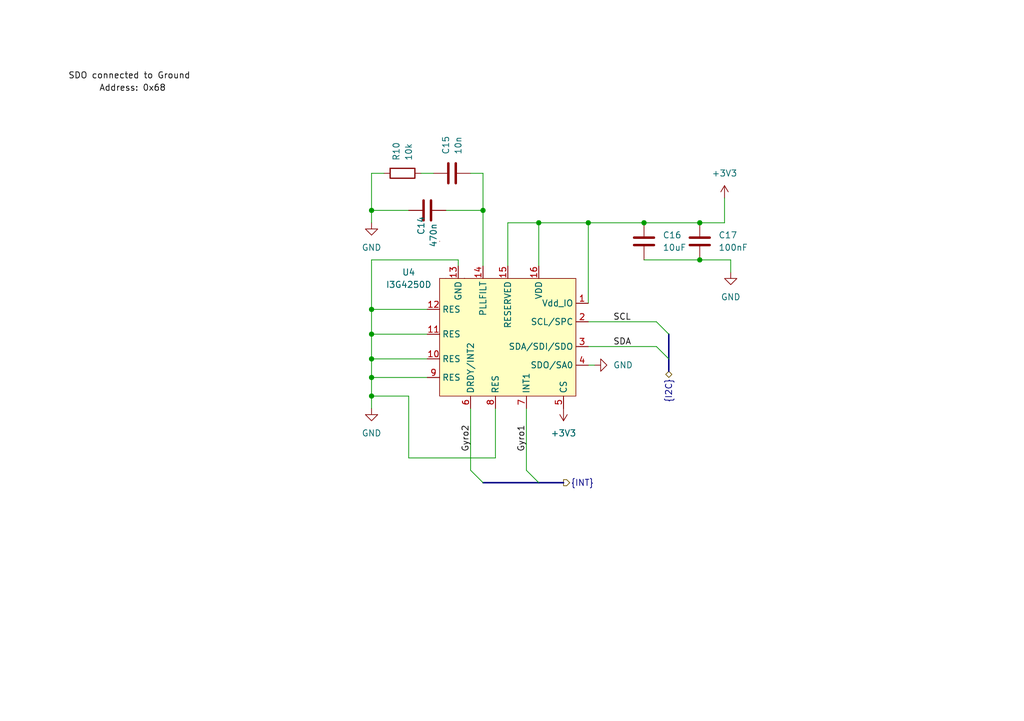
<source format=kicad_sch>
(kicad_sch (version 20230121) (generator eeschema)
  (paper "A5")
  (title_block (title "Phoenix Gyro") (comment 1 "2022/10/20 AG") (comment 2 "2022/10/22 WH"))
  (lib_symbols
    (symbol "Device:C" (pin_numbers hide) (pin_names (offset 0.254))
      (property "Reference" "C" (at 0.635 2.54 0))
      (property "Value" "C" (at 0.635 -2.54 0))
      (symbol "C_0_1"
        (polyline (pts (xy -2.032 -0.762) (xy 2.032 -0.762)) (stroke (width 0.508)))
        (polyline (pts (xy -2.032 0.762) (xy 2.032 0.762)) (stroke (width 0.508)))
      )
      (symbol "C_1_1"
        (pin passive line (at 0 3.81 270) (length 2.794) (name "~") (number "1"))
        (pin passive line (at 0 -3.81 90) (length 2.794) (name "~") (number "2"))
      )
    )
    (symbol "Device:R" (pin_numbers hide) (pin_names (offset 0))
      (property "Reference" "R" (at 2.032 0 90))
      (property "Value" "R" (at 0 0 90))
      (symbol "R_0_1"
        (rectangle (start -1.016 -2.54) (end 1.016 2.54) (stroke (width 0.254)))
      )
      (symbol "R_1_1"
        (pin passive line (at 0 3.81 270) (length 1.27) (name "~") (number "1"))
        (pin passive line (at 0 -3.81 90) (length 1.27) (name "~") (number "2"))
      )
    )
    (symbol "Sensor:I3G4250D"
      (property "Reference" "U" (at 0 0 0))
      (property "Value" "I3G4250D" (at 0 2.54 0))
      (symbol "I3G4250D_0_1"
        (rectangle (start -7.62 -10.16) (end -7.62 -10.16))
        (rectangle (start -7.62 -10.16) (end 20.32 -34.29) (fill (type background)))
        (rectangle (start -7.62 -2.54) (end -7.62 -2.54))
        (rectangle (start -6.35 -10.16) (end -6.35 -10.16))
        (rectangle (start -5.08 -10.16) (end -5.08 -10.16))
        (rectangle (start -2.54 -10.16) (end -2.54 -10.16))
        (rectangle (start -2.54 -10.16) (end -2.54 -10.16))
        (rectangle (start -2.54 -10.16) (end -2.54 -10.16))
        (rectangle (start -2.54 -10.16) (end -2.54 -10.16))
        (rectangle (start -2.54 -10.16) (end -2.54 -10.16))
        (rectangle (start 1.27 -10.16) (end 1.27 -10.16))
        (rectangle (start 6.35 -10.16) (end 6.35 -10.16))
      )
      (symbol "I3G4250D_1_1"
        (pin output line (at 22.86 -15.24 180) (length 2.54) (name "Vdd_IO") (number "1"))
        (pin free line (at -10.16 -26.67 0) (length 2.54) (name "RES") (number "10"))
        (pin free line (at -10.16 -21.59 0) (length 2.54) (name "RES") (number "11"))
        (pin free line (at -10.16 -16.51 0) (length 2.54) (name "RES") (number "12"))
        (pin output line (at -3.81 -7.62 270) (length 2.54) (name "GND") (number "13"))
        (pin input line (at 1.27 -7.62 270) (length 2.54) (name "PLLFILT") (number "14"))
        (pin free line (at 6.35 -7.62 270) (length 2.54) (name "RESERVED") (number "15"))
        (pin output line (at 12.7 -7.62 270) (length 2.54) (name "VDD") (number "16"))
        (pin input line (at 22.86 -19.05 180) (length 2.54) (name "SCL/SPC") (number "2"))
        (pin bidirectional line (at 22.86 -24.13 180) (length 2.54) (name "SDA/SDI/SDO") (number "3"))
        (pin output line (at 22.86 -27.94 180) (length 2.54) (name "SDO/SA0") (number "4"))
        (pin input line (at 17.78 -36.83 90) (length 2.54) (name "CS") (number "5"))
        (pin output line (at -1.27 -36.83 90) (length 2.54) (name "DRDY/INT2") (number "6"))
        (pin output line (at 10.16 -36.83 90) (length 2.54) (name "INT1") (number "7"))
        (pin free line (at 3.81 -36.83 90) (length 2.54) (name "RES") (number "8"))
        (pin free line (at -10.16 -30.48 0) (length 2.54) (name "RES") (number "9"))
      )
    )
    (symbol "power:+3V3" (power) (pin_names (offset 0))
      (property "Value" "+3V3" (at 0 3.556 0))
      (symbol "+3V3_0_1"
        (polyline (pts (xy -0.762 1.27) (xy 0 2.54)))
        (polyline (pts (xy 0 0) (xy 0 2.54)))
        (polyline (pts (xy 0 2.54) (xy 0.762 1.27)))
      )
      (symbol "+3V3_1_1"
        (pin power_in line (at 0 0 90) (length 0) hide (name "+3V3") (number "1"))
      )
    )
    (symbol "power:GND" (power) (pin_names (offset 0))
      (property "Value" "GND" (at 0 -3.81 0))
      (symbol "GND_0_1"
        (polyline (pts (xy 0 0) (xy 0 -1.27) (xy 1.27 -1.27) (xy 0 -2.54) (xy -1.27 -1.27) (xy 0 -1.27)))
      )
      (symbol "GND_1_1"
        (pin power_in line (at 0 0 270) (length 0) hide (name "GND") (number "1"))
      )
    )
  )
  (junction (at 143.51 45.72))
  (junction (at 110.49 45.72))
  (junction (at 76.2 63.5))
  (junction (at 143.51 53.34))
  (junction (at 120.65 45.72))
  (junction (at 99.06 43.18))
  (junction (at 76.2 68.58))
  (junction (at 76.2 43.18))
  (junction (at 76.2 73.66))
  (junction (at 132.08 45.72))
  (junction (at 76.2 77.47))
  (junction (at 76.2 81.28))
  (bus_entry (at 137.16 68.58) (size -2.54 -2.54))
  (bus_entry (at 110.49 99.06) (size -2.54 -2.54))
  (bus_entry (at 99.06 99.06) (size -2.54 -2.54))
  (bus_entry (at 137.16 73.66) (size -2.54 -2.54))
  (wire (pts (xy 76.2 77.47) (xy 87.63 77.47)))
  (bus (pts (xy 137.16 73.66) (xy 137.16 76.2)))
  (wire (pts (xy 110.49 54.61) (xy 110.49 45.72)))
  (wire (pts (xy 148.59 40.64) (xy 148.59 45.72)))
  (wire (pts (xy 76.2 73.66) (xy 76.2 77.47)))
  (wire (pts (xy 143.51 53.34) (xy 149.86 53.34)))
  (wire (pts (xy 83.82 93.98) (xy 101.6 93.98)))
  (wire (pts (xy 96.52 83.82) (xy 96.52 96.52)))
  (wire (pts (xy 76.2 35.56) (xy 78.74 35.56)))
  (wire (pts (xy 107.95 83.82) (xy 107.95 96.52)))
  (wire (pts (xy 120.65 45.72) (xy 120.65 62.23)))
  (wire (pts (xy 76.2 68.58) (xy 87.63 68.58)))
  (wire (pts (xy 93.98 54.61) (xy 93.98 53.34)))
  (wire (pts (xy 87.63 63.5) (xy 76.2 63.5)))
  (bus (pts (xy 99.06 99.06) (xy 110.49 99.06)))
  (wire (pts (xy 76.2 53.34) (xy 76.2 63.5)))
  (bus (pts (xy 137.16 68.58) (xy 137.16 73.66)))
  (wire (pts (xy 93.98 53.34) (xy 76.2 53.34)))
  (wire (pts (xy 83.82 93.98) (xy 83.82 81.28)))
  (wire (pts (xy 104.14 45.72) (xy 110.49 45.72)))
  (wire (pts (xy 132.08 53.34) (xy 143.51 53.34)))
  (wire (pts (xy 76.2 63.5) (xy 76.2 68.58)))
  (wire (pts (xy 76.2 68.58) (xy 76.2 73.66)))
  (wire (pts (xy 76.2 77.47) (xy 76.2 81.28)))
  (wire (pts (xy 76.2 73.66) (xy 87.63 73.66)))
  (wire (pts (xy 76.2 43.18) (xy 76.2 35.56)))
  (bus (pts (xy 110.49 99.06) (xy 115.57 99.06)))
  (wire (pts (xy 76.2 43.18) (xy 76.2 45.72)))
  (wire (pts (xy 99.06 43.18) (xy 91.44 43.18)))
  (wire (pts (xy 83.82 43.18) (xy 76.2 43.18)))
  (wire (pts (xy 110.49 45.72) (xy 120.65 45.72)))
  (wire (pts (xy 143.51 45.72) (xy 148.59 45.72)))
  (wire (pts (xy 120.65 74.93) (xy 121.92 74.93)))
  (wire (pts (xy 104.14 54.61) (xy 104.14 45.72)))
  (wire (pts (xy 132.08 45.72) (xy 143.51 45.72)))
  (wire (pts (xy 86.36 35.56) (xy 88.9 35.56)))
  (wire (pts (xy 120.65 71.12) (xy 134.62 71.12)))
  (wire (pts (xy 120.65 66.04) (xy 134.62 66.04)))
  (wire (pts (xy 101.6 83.82) (xy 101.6 93.98)))
  (wire (pts (xy 120.65 45.72) (xy 132.08 45.72)))
  (wire (pts (xy 99.06 35.56) (xy 99.06 43.18)))
  (wire (pts (xy 83.82 81.28) (xy 76.2 81.28)))
  (wire (pts (xy 96.52 35.56) (xy 99.06 35.56)))
  (wire (pts (xy 76.2 81.28) (xy 76.2 83.82)))
  (wire (pts (xy 99.06 43.18) (xy 99.06 54.61)))
  (wire (pts (xy 149.86 53.34) (xy 149.86 55.88)))
  (label "Gyro2" (at 96.52 92.71 90))
  (label "SDA" (at 125.73 71.12 0))
  (label "SDO connected to Ground" (at 13.97 16.51 0))
  (label "SCL" (at 125.73 66.04 0))
  (label "Gyro1" (at 107.95 92.71 90))
  (label "Address: 0x68" (at 20.32 19.05 0))
  (hierarchical_label "{I2C}" (shape bidirectional) (at 137.16 76.2 270))
  (hierarchical_label "{INT}" (shape output) (at 115.57 99.06 0))
  (symbol (lib_id "power:GND") (at 76.2 83.82 0) (unit 1)
    (property "Reference" "#PWR033" (effects hide))
    (property "Value" "GND" (at 76.2 88.9 0))
  )
  (symbol (lib_id "Device:C") (at 143.51 49.53 0) (unit 1)
    (property "Reference" "C17" (at 147.32 48.26 0) (effects (justify left)))
    (property "Value" "100nF" (at 147.32 50.8 0) (effects (justify left)))
    (property "Footprint" "Capacitor_SMD:C_0603_1608Metric" (effects hide))
  )
  (symbol (lib_id "power:GND") (at 76.2 45.72 0) (unit 1)
    (property "Reference" "#PWR032" (effects hide))
    (property "Value" "GND" (at 76.2 50.8 0))
  )
  (symbol (lib_id "Device:C") (at 132.08 49.53 0) (unit 1)
    (property "Reference" "C16" (at 135.89 48.26 0) (effects (justify left)))
    (property "Value" "10uF" (at 135.89 50.8 0) (effects (justify left)))
    (property "Footprint" "Capacitor_SMD:C_0603_1608Metric" (effects hide))
  )
  (symbol (lib_id "power:+3V3") (at 115.57 83.82 180) (unit 1)
    (property "Reference" "#PWR034" (effects hide))
    (property "Value" "+3V3" (at 115.57 88.9 0))
  )
  (symbol (lib_id "power:+3V3") (at 148.59 40.64 0) (unit 1)
    (property "Reference" "#PWR036" (effects hide))
    (property "Value" "+3V3" (at 148.59 35.56 0))
  )
  (symbol (lib_id "Device:C") (at 87.63 43.18 90) (mirror x) (unit 1)
    (property "Reference" "C14" (at 86.36 48.26 0) (effects (justify right)))
    (property "Value" "470n" (at 88.9 50.8 0) (effects (justify right)))
    (property "Footprint" "Capacitor_SMD:C_0603_1608Metric" (effects hide))
  )
  (symbol (lib_id "power:GND") (at 149.86 55.88 0) (unit 1)
    (property "Reference" "#PWR037" (effects hide))
    (property "Value" "GND" (at 149.86 60.96 0))
  )
  (symbol (lib_id "Device:C") (at 92.71 35.56 270) (unit 1)
    (property "Reference" "C15" (at 91.4399 31.75 0) (effects (justify right)))
    (property "Value" "10n" (at 93.9799 31.75 0) (effects (justify right)))
    (property "Footprint" "Capacitor_SMD:C_0603_1608Metric" (effects hide))
  )
  (symbol (lib_id "Device:R") (at 82.55 35.56 90) (unit 1)
    (property "Reference" "R10" (at 81.2799 33.02 0) (effects (justify left)))
    (property "Value" "10k" (at 83.8199 33.02 0) (effects (justify left)))
    (property "Footprint" "Resistor_SMD:R_0603_1608Metric" (effects hide))
  )
  (symbol (lib_id "Sensor:I3G4250D") (at 97.79 46.99 0) (unit 1)
    (property "Reference" "U4" (at 83.82 55.88 0))
    (property "Value" "I3G4250D" (at 83.82 58.42 0))
    (property "Footprint" "YAR_Sensors:I3G4250D" (effects hide))
  )
  (symbol (lib_id "power:GND") (at 121.92 74.93 90) (unit 1)
    (property "Reference" "#PWR035" (effects hide))
    (property "Value" "GND" (at 125.73 74.9299 90) (effects (justify right)))
  )
)
</source>
